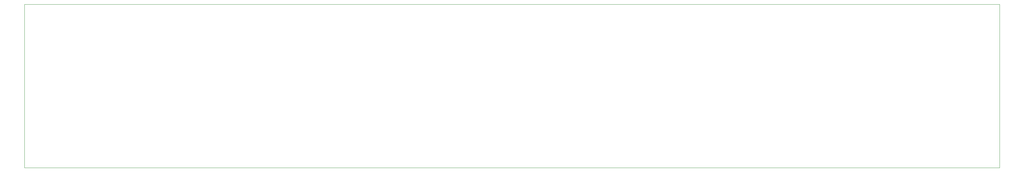
<source format=gbr>
%TF.GenerationSoftware,KiCad,Pcbnew,(5.1.10)-1*%
%TF.CreationDate,2021-07-25T13:07:42+09:00*%
%TF.ProjectId,MHGC,4d484743-2e6b-4696-9361-645f70636258,rev?*%
%TF.SameCoordinates,Original*%
%TF.FileFunction,Profile,NP*%
%FSLAX46Y46*%
G04 Gerber Fmt 4.6, Leading zero omitted, Abs format (unit mm)*
G04 Created by KiCad (PCBNEW (5.1.10)-1) date 2021-07-25 13:07:42*
%MOMM*%
%LPD*%
G01*
G04 APERTURE LIST*
%TA.AperFunction,Profile*%
%ADD10C,0.050000*%
%TD*%
G04 APERTURE END LIST*
D10*
X0Y-45000000D02*
X267000000Y-45000000D01*
X0Y0D02*
X0Y-45000000D01*
X267000000Y0D02*
X267000000Y-45000000D01*
X0Y0D02*
X267000000Y0D01*
M02*

</source>
